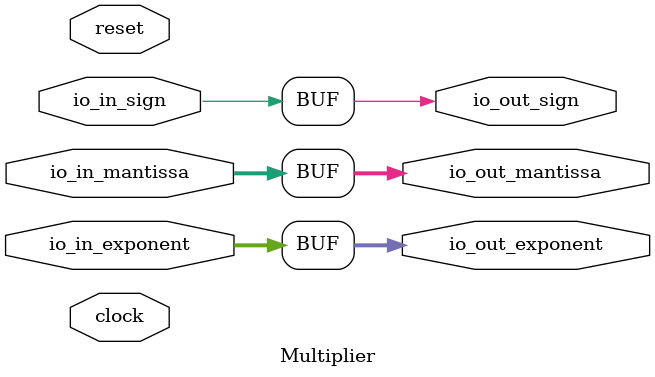
<source format=v>
module Multiplier(
  input        clock,
  input        reset,
  input        io_in_sign,
  input  [4:0] io_in_exponent,
  input  [9:0] io_in_mantissa,
  output       io_out_sign,
  output [4:0] io_out_exponent,
  output [9:0] io_out_mantissa
);
  assign io_out_sign = io_in_sign; // @[Multplier.scala 12:21]
  assign io_out_exponent = io_in_exponent; // @[Multplier.scala 13:25]
  assign io_out_mantissa = io_in_mantissa; // @[Multplier.scala 14:25]
endmodule

</source>
